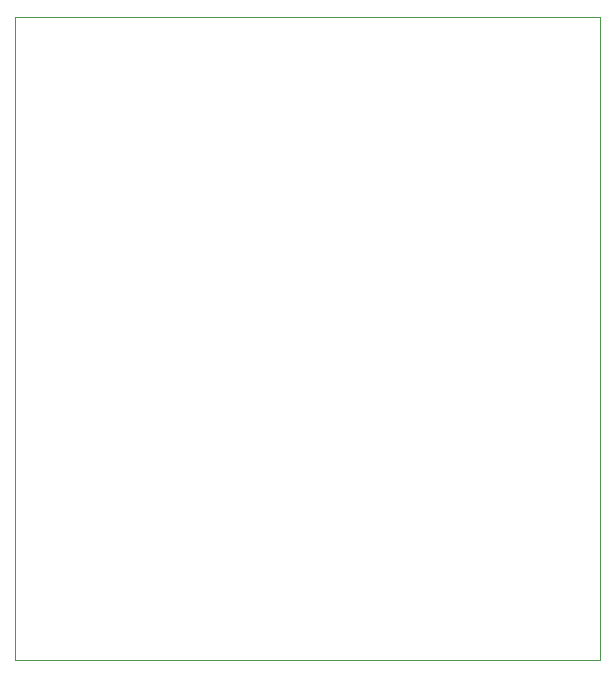
<source format=gbr>
%TF.GenerationSoftware,KiCad,Pcbnew,(6.0.7)*%
%TF.CreationDate,2022-10-29T10:50:57-05:00*%
%TF.ProjectId,BlastGate R2,426c6173-7447-4617-9465-2052322e6b69,rev?*%
%TF.SameCoordinates,Original*%
%TF.FileFunction,Profile,NP*%
%FSLAX46Y46*%
G04 Gerber Fmt 4.6, Leading zero omitted, Abs format (unit mm)*
G04 Created by KiCad (PCBNEW (6.0.7)) date 2022-10-29 10:50:57*
%MOMM*%
%LPD*%
G01*
G04 APERTURE LIST*
%TA.AperFunction,Profile*%
%ADD10C,0.100000*%
%TD*%
G04 APERTURE END LIST*
D10*
X168910000Y-55118000D02*
X218440000Y-55118000D01*
X218440000Y-55118000D02*
X218440000Y-109601000D01*
X218440000Y-109601000D02*
X168910000Y-109601000D01*
X168910000Y-109601000D02*
X168910000Y-55118000D01*
M02*

</source>
